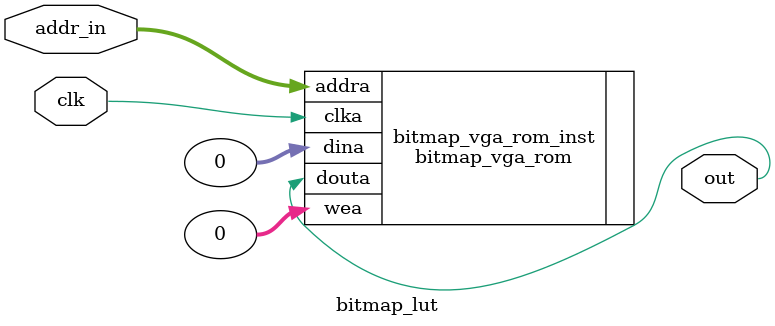
<source format=sv>
`timescale 1ns / 1ps
`default_nettype none


module bitmap_lut (
    input  wire clk,
    input  wire [13:0] addr_in,
    output logic out
);

bitmap_vga_rom bitmap_vga_rom_inst (
    .clka  ( clk     ),
    .wea   ( 0       ),
    .addra ( addr_in ),
    .dina  ( 0       ),
    .douta ( out     )
 );

endmodule
`default_nettype wire
</source>
